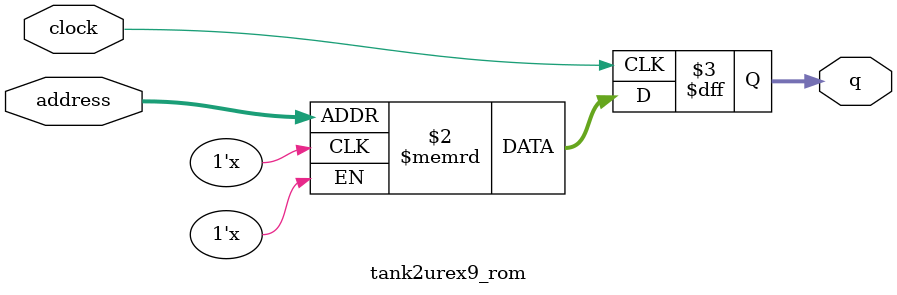
<source format=sv>
module tank2urex9_rom (
	input logic clock,
	input logic [9:0] address,
	output logic [3:0] q
);

logic [3:0] memory [0:1023] /* synthesis ram_init_file = "./tank2urex9/tank2urex9.mif" */;

always_ff @ (posedge clock) begin
	q <= memory[address];
end

endmodule

</source>
